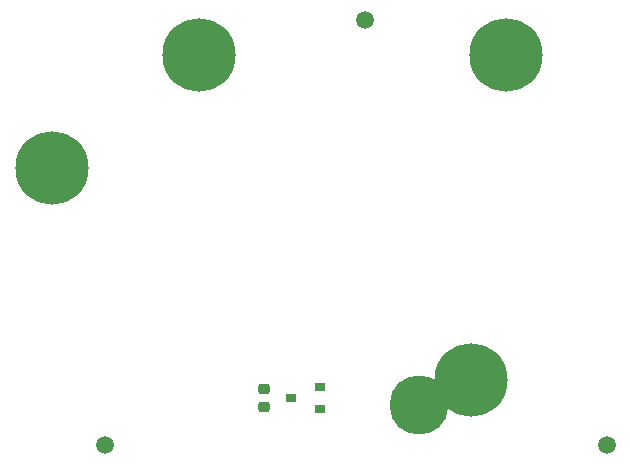
<source format=gbr>
G04 #@! TF.GenerationSoftware,KiCad,Pcbnew,8.0.8+dfsg-1*
G04 #@! TF.CreationDate,2025-03-16T16:56:24-04:00*
G04 #@! TF.ProjectId,RUST_Dialboard,52555354-5f44-4696-916c-626f6172642e,rev?*
G04 #@! TF.SameCoordinates,Original*
G04 #@! TF.FileFunction,Soldermask,Bot*
G04 #@! TF.FilePolarity,Negative*
%FSLAX46Y46*%
G04 Gerber Fmt 4.6, Leading zero omitted, Abs format (unit mm)*
G04 Created by KiCad (PCBNEW 8.0.8+dfsg-1) date 2025-03-16 16:56:24*
%MOMM*%
%LPD*%
G01*
G04 APERTURE LIST*
G04 Aperture macros list*
%AMRoundRect*
0 Rectangle with rounded corners*
0 $1 Rounding radius*
0 $2 $3 $4 $5 $6 $7 $8 $9 X,Y pos of 4 corners*
0 Add a 4 corners polygon primitive as box body*
4,1,4,$2,$3,$4,$5,$6,$7,$8,$9,$2,$3,0*
0 Add four circle primitives for the rounded corners*
1,1,$1+$1,$2,$3*
1,1,$1+$1,$4,$5*
1,1,$1+$1,$6,$7*
1,1,$1+$1,$8,$9*
0 Add four rect primitives between the rounded corners*
20,1,$1+$1,$2,$3,$4,$5,0*
20,1,$1+$1,$4,$5,$6,$7,0*
20,1,$1+$1,$6,$7,$8,$9,0*
20,1,$1+$1,$8,$9,$2,$3,0*%
G04 Aperture macros list end*
%ADD10C,6.200000*%
%ADD11C,5.000000*%
%ADD12C,1.500000*%
%ADD13RoundRect,0.225000X-0.250000X0.225000X-0.250000X-0.225000X0.250000X-0.225000X0.250000X0.225000X0*%
%ADD14R,0.900000X0.800000*%
G04 APERTURE END LIST*
D10*
G04 #@! TO.C,H2*
X118292000Y-81180000D03*
G04 #@! TD*
G04 #@! TO.C,H1*
X130792000Y-71680000D03*
G04 #@! TD*
G04 #@! TO.C,H3*
X153792000Y-99180000D03*
G04 #@! TD*
G04 #@! TO.C,H5*
X156792000Y-71680000D03*
G04 #@! TD*
D11*
G04 #@! TO.C,H4*
X149392000Y-101280000D03*
G04 #@! TD*
D12*
G04 #@! TO.C,FID3*
X144792000Y-68680000D03*
G04 #@! TD*
G04 #@! TO.C,FID1*
X122792000Y-104680000D03*
G04 #@! TD*
G04 #@! TO.C,FID2*
X165292000Y-104680000D03*
G04 #@! TD*
D13*
G04 #@! TO.C,C1*
X136292000Y-99905000D03*
X136292000Y-101455000D03*
G04 #@! TD*
D14*
G04 #@! TO.C,U1*
X140992000Y-99730000D03*
X138592000Y-100680000D03*
X140992000Y-101630000D03*
G04 #@! TD*
M02*

</source>
